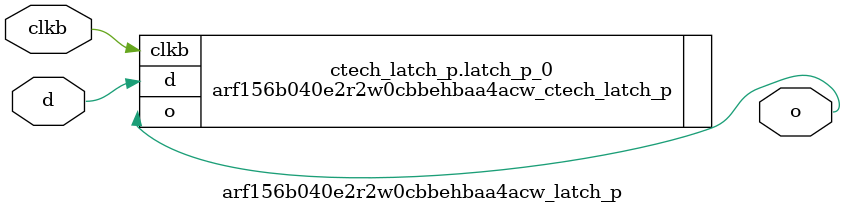
<source format=sv>

`ifndef ARF156B040E2R2W0CBBEHBAA4ACW_LATCH_P_SV
`define ARF156B040E2R2W0CBBEHBAA4ACW_LATCH_P_SV

module arf156b040e2r2w0cbbehbaa4acw_latch_p #
(
  parameter CTECH = 1
)
(
  output logic o,
  input  logic d,
  input  logic clkb
);

  if (CTECH == 1) begin: ctech_latch_p
    arf156b040e2r2w0cbbehbaa4acw_ctech_latch_p latch_p_0 (.o(o),.d(d),.clkb(clkb));
  end
  else begin
    always_latch begin
      if (~clkb) begin
        o <= d;
      end
    end
  end

endmodule // arf156b040e2r2w0cbbehbaa4acw_latch_p

`endif // ARF156B040E2R2W0CBBEHBAA4ACW_LATCH_P_SV
</source>
